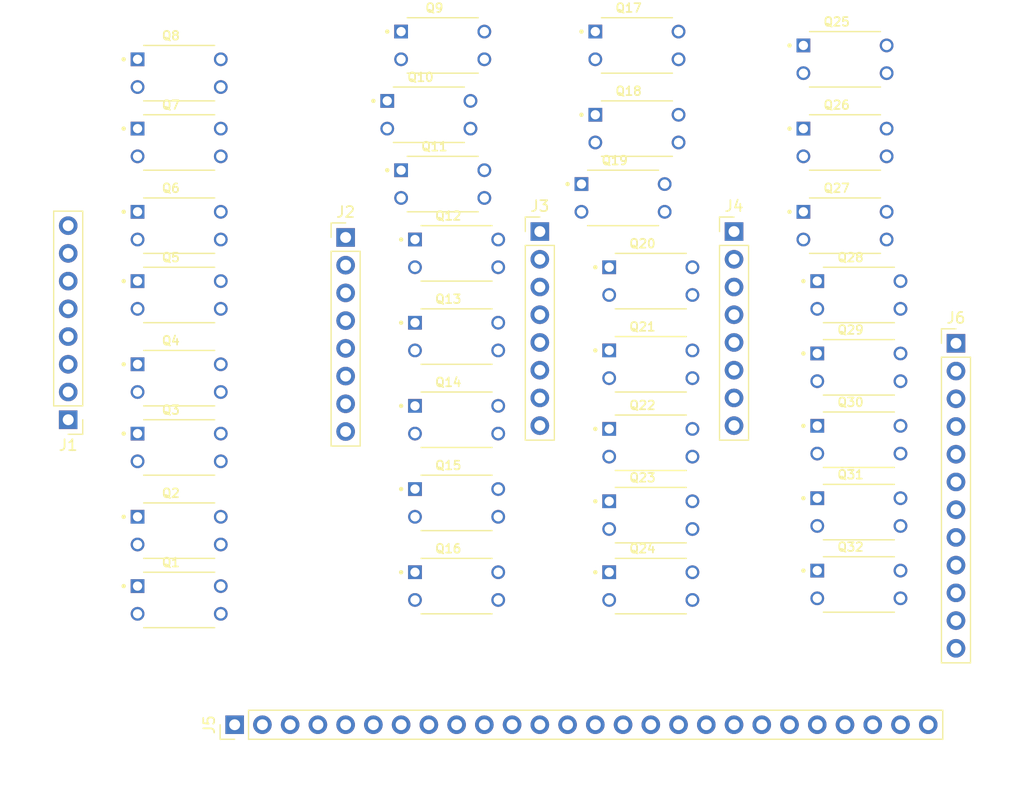
<source format=kicad_pcb>
(kicad_pcb (version 20221018) (generator pcbnew)
  (layers (0 "F.Cu" signal) (31 "B.Cu" signal) (34 "B.Paste" user) (35 "F.Paste" user) (36 "B.SilkS" user "B.Silkscreen") (37 "F.SilkS" user "F.Silkscreen") (38 "B.Mask" user) (39 "F.Mask" user) (44 "Edge.Cuts" user))
  (net 0 "")
  (net 1 "Net-(J1-Pin_1)")
  (net 2 "Net-(J1-Pin_2)")
  (net 3 "Net-(J1-Pin_3)")
  (net 4 "Net-(J1-Pin_4)")
  (net 5 "Net-(J1-Pin_5)")
  (net 6 "Net-(J1-Pin_6)")
  (net 7 "Net-(J1-Pin_7)")
  (net 8 "Net-(J1-Pin_8)")
  (net 9 "Net-(J2-Pin_1)")
  (net 10 "Net-(J2-Pin_2)")
  (net 11 "Net-(J2-Pin_3)")
  (net 12 "Net-(J2-Pin_4)")
  (net 13 "Net-(J2-Pin_5)")
  (net 14 "Net-(J2-Pin_6)")
  (net 15 "Net-(J2-Pin_7)")
  (net 16 "Net-(J2-Pin_8)")
  (net 17 "Net-(J3-Pin_1)")
  (net 18 "Net-(J3-Pin_2)")
  (net 19 "Net-(J3-Pin_3)")
  (net 20 "Net-(J3-Pin_4)")
  (net 21 "Net-(J3-Pin_5)")
  (net 22 "Net-(J3-Pin_6)")
  (net 23 "Net-(J3-Pin_7)")
  (net 24 "Net-(J3-Pin_8)")
  (net 25 "Net-(J4-Pin_1)")
  (net 26 "Net-(J4-Pin_2)")
  (net 27 "Net-(J4-Pin_3)")
  (net 28 "Net-(J4-Pin_4)")
  (net 29 "Net-(J4-Pin_5)")
  (net 30 "Net-(J4-Pin_6)")
  (net 31 "Net-(J4-Pin_7)")
  (net 32 "Net-(J4-Pin_8)")
  (net 33 "Net-(J5-Pin_1)")
  (net 34 "Net-(J5-Pin_2)")
  (net 35 "Net-(J5-Pin_3)")
  (net 36 "Net-(J5-Pin_4)")
  (net 37 "Net-(J5-Pin_5)")
  (net 38 "Net-(J5-Pin_6)")
  (net 39 "Net-(J5-Pin_7)")
  (net 40 "Net-(J5-Pin_8)")
  (net 41 "Net-(J5-Pin_9)")
  (net 42 "Net-(J5-Pin_10)")
  (net 43 "Net-(J5-Pin_11)")
  (net 44 "Net-(J5-Pin_12)")
  (net 45 "Net-(J5-Pin_13)")
  (net 46 "Net-(J5-Pin_14)")
  (net 47 "Net-(J5-Pin_15)")
  (net 48 "Net-(J5-Pin_16)")
  (net 49 "Net-(J5-Pin_17)")
  (net 50 "Net-(J5-Pin_18)")
  (net 51 "Net-(J5-Pin_19)")
  (net 52 "Net-(J5-Pin_20)")
  (net 53 "Net-(J5-Pin_21)")
  (net 54 "Net-(J5-Pin_22)")
  (net 55 "Net-(J5-Pin_23)")
  (net 56 "Net-(J5-Pin_24)")
  (net 57 "Net-(J5-Pin_25)")
  (net 58 "Net-(J5-Pin_26)")
  (net 59 "Net-(J6-Pin_1)")
  (net 60 "Net-(J6-Pin_2)")
  (net 61 "Net-(J6-Pin_3)")
  (net 62 "Net-(J6-Pin_4)")
  (net 63 "Net-(J6-Pin_5)")
  (net 64 "Net-(J6-Pin_6)")
  (net 65 "Net-(J6-Pin_7)")
  (net 66 "Net-(J6-Pin_8)")
  (net 67 "Net-(J6-Pin_9)")
  (net 68 "Net-(J6-Pin_10)")
  (net 69 "Net-(J6-Pin_11)")
  (net 70 "Net-(J6-Pin_12)")
  (net 71 "Net-(Q1-Pad2)")
  (net 72 "Net-(Q1-Pad3)")
  (footprint "PC817C:DIP762W50P254L650H458Q4B" (layer "F.Cu") (at 123.19 57.15)
    (fp_text reference "Q11" (at -0.76251 -3.43135) (layer "F.SilkS") (effects (font (size 0.800551 0.800551))))
    (fp_text value "PC817C")
    (fp_line (start 3.25 -2.54) (end -3.25 -2.54) (stroke (width 0.127)) (layer "F.SilkS"))
    (fp_line (start 3.25 2.54) (end -3.25 2.54) (stroke (width 0.127)) (layer "F.SilkS"))
    (fp_circle (center -5.08 -1.27) (end -4.98 -1.27) (stroke (width 0.2)) (fill none) (layer "F.SilkS"))
    (pad "1" thru_hole rect (at -3.81 -1.27) (size 1.26 1.26) (drill 0.85) (layers "*.Cu" "*.Mask") (net 11 "Net-(J2-Pin_3)"))
    (pad "2" thru_hole circle (at -3.81 1.27) (size 1.26 1.26) (drill 0.85) (layers "*.Cu" "*.Mask") (net 71 "Net-(Q1-Pad2)"))
    (pad "3" thru_hole circle (at 3.81 1.27) (size 1.26 1.26) (drill 0.85) (layers "*.Cu" "*.Mask") (net 72 "Net-(Q1-Pad3)"))
    (pad "4" thru_hole circle (at 3.81 -1.27) (size 1.26 1.26) (drill 0.85) (layers "*.Cu" "*.Mask") (net 43 "Net-(J5-Pin_11)"))
  )
  (footprint "PC817C:DIP762W50P254L650H458Q4B" (layer "F.Cu") (at 142.24 93.98)
    (fp_text reference "Q24" (at -0.76251 -3.43135) (layer "F.SilkS") (effects (font (size 0.800551 0.800551))))
    (fp_text value "PC817C")
    (fp_line (start 3.25 -2.54) (end -3.25 -2.54) (stroke (width 0.127)) (layer "F.SilkS"))
    (fp_line (start 3.25 2.54) (end -3.25 2.54) (stroke (width 0.127)) (layer "F.SilkS"))
    (fp_circle (center -5.08 -1.27) (end -4.98 -1.27) (stroke (width 0.2)) (fill none) (layer "F.SilkS"))
    (pad "1" thru_hole rect (at -3.81 -1.27) (size 1.26 1.26) (drill 0.85) (layers "*.Cu" "*.Mask") (net 24 "Net-(J3-Pin_8)"))
    (pad "2" thru_hole circle (at -3.81 1.27) (size 1.26 1.26) (drill 0.85) (layers "*.Cu" "*.Mask") (net 71 "Net-(Q1-Pad2)"))
    (pad "3" thru_hole circle (at 3.81 1.27) (size 1.26 1.26) (drill 0.85) (layers "*.Cu" "*.Mask") (net 72 "Net-(Q1-Pad3)"))
    (pad "4" thru_hole circle (at 3.81 -1.27) (size 1.26 1.26) (drill 0.85) (layers "*.Cu" "*.Mask") (net 56 "Net-(J5-Pin_24)"))
  )
  (footprint "PC817C:DIP762W50P254L650H458Q4B" (layer "F.Cu") (at 142.24 66.04)
    (fp_text reference "Q20" (at -0.76251 -3.43135) (layer "F.SilkS") (effects (font (size 0.800551 0.800551))))
    (fp_text value "PC817C")
    (fp_line (start 3.25 -2.54) (end -3.25 -2.54) (stroke (width 0.127)) (layer "F.SilkS"))
    (fp_line (start 3.25 2.54) (end -3.25 2.54) (stroke (width 0.127)) (layer "F.SilkS"))
    (fp_circle (center -5.08 -1.27) (end -4.98 -1.27) (stroke (width 0.2)) (fill none) (layer "F.SilkS"))
    (pad "1" thru_hole rect (at -3.81 -1.27) (size 1.26 1.26) (drill 0.85) (layers "*.Cu" "*.Mask") (net 20 "Net-(J3-Pin_4)"))
    (pad "2" thru_hole circle (at -3.81 1.27) (size 1.26 1.26) (drill 0.85) (layers "*.Cu" "*.Mask") (net 71 "Net-(Q1-Pad2)"))
    (pad "3" thru_hole circle (at 3.81 1.27) (size 1.26 1.26) (drill 0.85) (layers "*.Cu" "*.Mask") (net 72 "Net-(Q1-Pad3)"))
    (pad "4" thru_hole circle (at 3.81 -1.27) (size 1.26 1.26) (drill 0.85) (layers "*.Cu" "*.Mask") (net 52 "Net-(J5-Pin_20)"))
  )
  (footprint "PC817C:DIP762W50P254L650H458Q4B" (layer "F.Cu") (at 99.06 46.99)
    (fp_text reference "Q8" (at -0.76251 -3.43135) (layer "F.SilkS") (effects (font (size 0.800551 0.800551))))
    (fp_text value "PC817C")
    (fp_line (start 3.25 -2.54) (end -3.25 -2.54) (stroke (width 0.127)) (layer "F.SilkS"))
    (fp_line (start 3.25 2.54) (end -3.25 2.54) (stroke (width 0.127)) (layer "F.SilkS"))
    (fp_circle (center -5.08 -1.27) (end -4.98 -1.27) (stroke (width 0.2)) (fill none) (layer "F.SilkS"))
    (pad "1" thru_hole rect (at -3.81 -1.27) (size 1.26 1.26) (drill 0.85) (layers "*.Cu" "*.Mask") (net 8 "Net-(J1-Pin_8)"))
    (pad "2" thru_hole circle (at -3.81 1.27) (size 1.26 1.26) (drill 0.85) (layers "*.Cu" "*.Mask") (net 71 "Net-(Q1-Pad2)"))
    (pad "3" thru_hole circle (at 3.81 1.27) (size 1.26 1.26) (drill 0.85) (layers "*.Cu" "*.Mask") (net 72 "Net-(Q1-Pad3)"))
    (pad "4" thru_hole circle (at 3.81 -1.27) (size 1.26 1.26) (drill 0.85) (layers "*.Cu" "*.Mask") (net 40 "Net-(J5-Pin_8)"))
  )
  (footprint "Connector_PinHeader_2.54mm:PinHeader_1x08_P2.54mm_Vertical" (layer "F.Cu") (at 88.9 78.74 180)
    (fp_text reference "J1" (at 0 -2.33 180) (layer "F.SilkS"))
    (fp_text value "Conn_01x08_Pin")
    (fp_line (start -1.33 -1.33) (end 0 -1.33) (stroke (width 0.12)) (layer "F.SilkS"))
    (fp_line (start -1.33 0) (end -1.33 -1.33) (stroke (width 0.12)) (layer "F.SilkS"))
    (fp_line (start -1.33 1.27) (end -1.33 19.11) (stroke (width 0.12)) (layer "F.SilkS"))
    (fp_line (start -1.33 1.27) (end 1.33 1.27) (stroke (width 0.12)) (layer "F.SilkS"))
    (fp_line (start -1.33 19.11) (end 1.33 19.11) (stroke (width 0.12)) (layer "F.SilkS"))
    (fp_line (start 1.33 1.27) (end 1.33 19.11) (stroke (width 0.12)) (layer "F.SilkS"))
    (pad "1" thru_hole rect (at 0 0 180) (size 1.7 1.7) (drill 1) (layers "*.Cu" "*.Mask") (net 1 "Net-(J1-Pin_1)"))
    (pad "2" thru_hole oval (at 0 2.54 180) (size 1.7 1.7) (drill 1) (layers "*.Cu" "*.Mask") (net 2 "Net-(J1-Pin_2)"))
    (pad "3" thru_hole oval (at 0 5.08 180) (size 1.7 1.7) (drill 1) (layers "*.Cu" "*.Mask") (net 3 "Net-(J1-Pin_3)"))
    (pad "4" thru_hole oval (at 0 7.62 180) (size 1.7 1.7) (drill 1) (layers "*.Cu" "*.Mask") (net 4 "Net-(J1-Pin_4)"))
    (pad "5" thru_hole oval (at 0 10.16 180) (size 1.7 1.7) (drill 1) (layers "*.Cu" "*.Mask") (net 5 "Net-(J1-Pin_5)"))
    (pad "6" thru_hole oval (at 0 12.7 180) (size 1.7 1.7) (drill 1) (layers "*.Cu" "*.Mask") (net 6 "Net-(J1-Pin_6)"))
    (pad "7" thru_hole oval (at 0 15.24 180) (size 1.7 1.7) (drill 1) (layers "*.Cu" "*.Mask") (net 7 "Net-(J1-Pin_7)"))
    (pad "8" thru_hole oval (at 0 17.78 180) (size 1.7 1.7) (drill 1) (layers "*.Cu" "*.Mask") (net 8 "Net-(J1-Pin_8)"))
  )
  (footprint "PC817C:DIP762W50P254L650H458Q4B" (layer "F.Cu") (at 124.46 71.12)
    (fp_text reference "Q13" (at -0.76251 -3.43135) (layer "F.SilkS") (effects (font (size 0.800551 0.800551))))
    (fp_text value "PC817C")
    (fp_line (start 3.25 -2.54) (end -3.25 -2.54) (stroke (width 0.127)) (layer "F.SilkS"))
    (fp_line (start 3.25 2.54) (end -3.25 2.54) (stroke (width 0.127)) (layer "F.SilkS"))
    (fp_circle (center -5.08 -1.27) (end -4.98 -1.27) (stroke (width 0.2)) (fill none) (layer "F.SilkS"))
    (pad "1" thru_hole rect (at -3.81 -1.27) (size 1.26 1.26) (drill 0.85) (layers "*.Cu" "*.Mask") (net 13 "Net-(J2-Pin_5)"))
    (pad "2" thru_hole circle (at -3.81 1.27) (size 1.26 1.26) (drill 0.85) (layers "*.Cu" "*.Mask") (net 71 "Net-(Q1-Pad2)"))
    (pad "3" thru_hole circle (at 3.81 1.27) (size 1.26 1.26) (drill 0.85) (layers "*.Cu" "*.Mask") (net 72 "Net-(Q1-Pad3)"))
    (pad "4" thru_hole circle (at 3.81 -1.27) (size 1.26 1.26) (drill 0.85) (layers "*.Cu" "*.Mask") (net 45 "Net-(J5-Pin_13)"))
  )
  (footprint "PC817C:DIP762W50P254L650H458Q4B" (layer "F.Cu") (at 99.06 88.9)
    (fp_text reference "Q2" (at -0.76251 -3.43135) (layer "F.SilkS") (effects (font (size 0.800551 0.800551))))
    (fp_text value "PC817C")
    (fp_line (start 3.25 -2.54) (end -3.25 -2.54) (stroke (width 0.127)) (layer "F.SilkS"))
    (fp_line (start 3.25 2.54) (end -3.25 2.54) (stroke (width 0.127)) (layer "F.SilkS"))
    (fp_circle (center -5.08 -1.27) (end -4.98 -1.27) (stroke (width 0.2)) (fill none) (layer "F.SilkS"))
    (pad "1" thru_hole rect (at -3.81 -1.27) (size 1.26 1.26) (drill 0.85) (layers "*.Cu" "*.Mask") (net 2 "Net-(J1-Pin_2)"))
    (pad "2" thru_hole circle (at -3.81 1.27) (size 1.26 1.26) (drill 0.85) (layers "*.Cu" "*.Mask") (net 71 "Net-(Q1-Pad2)"))
    (pad "3" thru_hole circle (at 3.81 1.27) (size 1.26 1.26) (drill 0.85) (layers "*.Cu" "*.Mask") (net 72 "Net-(Q1-Pad3)"))
    (pad "4" thru_hole circle (at 3.81 -1.27) (size 1.26 1.26) (drill 0.85) (layers "*.Cu" "*.Mask") (net 34 "Net-(J5-Pin_2)"))
  )
  (footprint "PC817C:DIP762W50P254L650H458Q4B" (layer "F.Cu") (at 140.97 44.45)
    (fp_text reference "Q17" (at -0.76251 -3.43135) (layer "F.SilkS") (effects (font (size 0.800551 0.800551))))
    (fp_text value "PC817C")
    (fp_line (start 3.25 -2.54) (end -3.25 -2.54) (stroke (width 0.127)) (layer "F.SilkS"))
    (fp_line (start 3.25 2.54) (end -3.25 2.54) (stroke (width 0.127)) (layer "F.SilkS"))
    (fp_circle (center -5.08 -1.27) (end -4.98 -1.27) (stroke (width 0.2)) (fill none) (layer "F.SilkS"))
    (pad "1" thru_hole rect (at -3.81 -1.27) (size 1.26 1.26) (drill 0.85) (layers "*.Cu" "*.Mask") (net 17 "Net-(J3-Pin_1)"))
    (pad "2" thru_hole circle (at -3.81 1.27) (size 1.26 1.26) (drill 0.85) (layers "*.Cu" "*.Mask") (net 71 "Net-(Q1-Pad2)"))
    (pad "3" thru_hole circle (at 3.81 1.27) (size 1.26 1.26) (drill 0.85) (layers "*.Cu" "*.Mask") (net 72 "Net-(Q1-Pad3)"))
    (pad "4" thru_hole circle (at 3.81 -1.27) (size 1.26 1.26) (drill 0.85) (layers "*.Cu" "*.Mask") (net 49 "Net-(J5-Pin_17)"))
  )
  (footprint "PC817C:DIP762W50P254L650H458Q4B" (layer "F.Cu") (at 142.24 87.48)
    (fp_text reference "Q23" (at -0.76251 -3.43135) (layer "F.SilkS") (effects (font (size 0.800551 0.800551))))
    (fp_text value "PC817C")
    (fp_line (start 3.25 -2.54) (end -3.25 -2.54) (stroke (width 0.127)) (layer "F.SilkS"))
    (fp_line (start 3.25 2.54) (end -3.25 2.54) (stroke (width 0.127)) (layer "F.SilkS"))
    (fp_circle (center -5.08 -1.27) (end -4.98 -1.27) (stroke (width 0.2)) (fill none) (layer "F.SilkS"))
    (pad "1" thru_hole rect (at -3.81 -1.27) (size 1.26 1.26) (drill 0.85) (layers "*.Cu" "*.Mask") (net 23 "Net-(J3-Pin_7)"))
    (pad "2" thru_hole circle (at -3.81 1.27) (size 1.26 1.26) (drill 0.85) (layers "*.Cu" "*.Mask") (net 71 "Net-(Q1-Pad2)"))
    (pad "3" thru_hole circle (at 3.81 1.27) (size 1.26 1.26) (drill 0.85) (layers "*.Cu" "*.Mask") (net 72 "Net-(Q1-Pad3)"))
    (pad "4" thru_hole circle (at 3.81 -1.27) (size 1.26 1.26) (drill 0.85) (layers "*.Cu" "*.Mask") (net 55 "Net-(J5-Pin_23)"))
  )
  (footprint "PC817C:DIP762W50P254L650H458Q4B" (layer "F.Cu") (at 161.29 93.83)
    (fp_text reference "Q32" (at -0.76251 -3.43135) (layer "F.SilkS") (effects (font (size 0.800551 0.800551))))
    (fp_text value "PC817C")
    (fp_line (start 3.25 -2.54) (end -3.25 -2.54) (stroke (width 0.127)) (layer "F.SilkS"))
    (fp_line (start 3.25 2.54) (end -3.25 2.54) (stroke (width 0.127)) (layer "F.SilkS"))
    (fp_circle (center -5.08 -1.27) (end -4.98 -1.27) (stroke (width 0.2)) (fill none) (layer "F.SilkS"))
    (pad "1" thru_hole rect (at -3.81 -1.27) (size 1.26 1.26) (drill 0.85) (layers "*.Cu" "*.Mask") (net 32 "Net-(J4-Pin_8)"))
    (pad "2" thru_hole circle (at -3.81 1.27) (size 1.26 1.26) (drill 0.85) (layers "*.Cu" "*.Mask") (net 71 "Net-(Q1-Pad2)"))
    (pad "3" thru_hole circle (at 3.81 1.27) (size 1.26 1.26) (drill 0.85) (layers "*.Cu" "*.Mask") (net 70 "Net-(J6-Pin_12)"))
    (pad "4" thru_hole circle (at 3.81 -1.27) (size 1.26 1.26) (drill 0.85) (layers "*.Cu" "*.Mask") (net 69 "Net-(J6-Pin_11)"))
  )
  (footprint "Connector_PinHeader_2.54mm:PinHeader_1x26_P2.54mm_Vertical" (layer "F.Cu") (at 104.14 106.68 90)
    (fp_text reference "J5" (at 0 -2.33 90) (layer "F.SilkS"))
    (fp_text value "Conn_01x26_Socket")
    (fp_line (start -1.33 -1.33) (end 0 -1.33) (stroke (width 0.12)) (layer "F.SilkS"))
    (fp_line (start -1.33 0) (end -1.33 -1.33) (stroke (width 0.12)) (layer "F.SilkS"))
    (fp_line (start -1.33 1.27) (end -1.33 64.83) (stroke (width 0.12)) (layer "F.SilkS"))
    (fp_line (start -1.33 1.27) (end 1.33 1.27) (stroke (width 0.12)) (layer "F.SilkS"))
    (fp_line (start -1.33 64.83) (end 1.33 64.83) (stroke (width 0.12)) (layer "F.SilkS"))
    (fp_line (start 1.33 1.27) (end 1.33 64.83) (stroke (width 0.12)) (layer "F.SilkS"))
    (pad "1" thru_hole rect (at 0 0 90) (size 1.7 1.7) (drill 1) (layers "*.Cu" "*.Mask") (net 33 "Net-(J5-Pin_1)"))
    (pad "2" thru_hole oval (at 0 2.54 90) (size 1.7 1.7) (drill 1) (layers "*.Cu" "*.Mask") (net 34 "Net-(J5-Pin_2)"))
    (pad "3" thru_hole oval (at 0 5.08 90) (size 1.7 1.7) (drill 1) (layers "*.Cu" "*.Mask") (net 35 "Net-(J5-Pin_3)"))
    (pad "4" thru_hole oval (at 0 7.62 90) (size 1.7 1.7) (drill 1) (layers "*.Cu" "*.Mask") (net 36 "Net-(J5-Pin_4)"))
    (pad "5" thru_hole oval (at 0 10.16 90) (size 1.7 1.7) (drill 1) (layers "*.Cu" "*.Mask") (net 37 "Net-(J5-Pin_5)"))
    (pad "6" thru_hole oval (at 0 12.7 90) (size 1.7 1.7) (drill 1) (layers "*.Cu" "*.Mask") (net 38 "Net-(J5-Pin_6)"))
    (pad "7" thru_hole oval (at 0 15.24 90) (size 1.7 1.7) (drill 1) (layers "*.Cu" "*.Mask") (net 39 "Net-(J5-Pin_7)"))
    (pad "8" thru_hole oval (at 0 17.78 90) (size 1.7 1.7) (drill 1) (layers "*.Cu" "*.Mask") (net 40 "Net-(J5-Pin_8)"))
    (pad "9" thru_hole oval (at 0 20.32 90) (size 1.7 1.7) (drill 1) (layers "*.Cu" "*.Mask") (net 41 "Net-(J5-Pin_9)"))
    (pad "10" thru_hole oval (at 0 22.86 90) (size 1.7 1.7) (drill 1) (layers "*.Cu" "*.Mask") (net 42 "Net-(J5-Pin_10)"))
    (pad "11" thru_hole oval (at 0 25.4 90) (size 1.7 1.7) (drill 1) (layers "*.Cu" "*.Mask") (net 43 "Net-(J5-Pin_11)"))
    (pad "12" thru_hole oval (at 0 27.94 90) (size 1.7 1.7) (drill 1) (layers "*.Cu" "*.Mask") (net 44 "Net-(J5-Pin_12)"))
    (pad "13" thru_hole oval (at 0 30.48 90) (size 1.7 1.7) (drill 1) (layers "*.Cu" "*.Mask") (net 45 "Net-(J5-Pin_13)"))
    (pad "14" thru_hole oval (at 0 33.02 90) (size 1.7 1.7) (drill 1) (layers "*.Cu" "*.Mask") (net 46 "Net-(J5-Pin_14)"))
    (pad "15" thru_hole oval (at 0 35.56 90) (size 1.7 1.7) (drill 1) (layers "*.Cu" "*.Mask") (net 47 "Net-(J5-Pin_15)"))
    (pad "16" thru_hole oval (at 0 38.1 90) (size 1.7 1.7) (drill 1) (layers "*.Cu" "*.Mask") (net 48 "Net-(J5-Pin_16)"))
    (pad "17" thru_hole oval (at 0 40.64 90) (size 1.7 1.7) (drill 1) (layers "*.Cu" "*.Mask") (net 49 "Net-(J5-Pin_17)"))
    (pad "18" thru_hole oval (at 0 43.18 90) (size 1.7 1.7) (drill 1) (layers "*.Cu" "*.Mask") (net 50 "Net-(J5-Pin_18)"))
    (pad "19" thru_hole oval (at 0 45.72 90) (size 1.7 1.7) (drill 1) (layers "*.Cu" "*.Mask") (net 51 "Net-(J5-Pin_19)"))
    (pad "20" thru_hole oval (at 0 48.26 90) (size 1.7 1.7) (drill 1) (layers "*.Cu" "*.Mask") (net 52 "Net-(J5-Pin_20)"))
    (pad "21" thru_hole oval (at 0 50.8 90) (size 1.7 1.7) (drill 1) (layers "*.Cu" "*.Mask") (net 53 "Net-(J5-Pin_21)"))
    (pad "22" thru_hole oval (at 0 53.34 90) (size 1.7 1.7) (drill 1) (layers "*.Cu" "*.Mask") (net 54 "Net-(J5-Pin_22)"))
    (pad "23" thru_hole oval (at 0 55.88 90) (size 1.7 1.7) (drill 1) (layers "*.Cu" "*.Mask") (net 55 "Net-(J5-Pin_23)"))
    (pad "24" thru_hole oval (at 0 58.42 90) (size 1.7 1.7) (drill 1) (layers "*.Cu" "*.Mask") (net 56 "Net-(J5-Pin_24)"))
    (pad "25" thru_hole oval (at 0 60.96 90) (size 1.7 1.7) (drill 1) (layers "*.Cu" "*.Mask") (net 57 "Net-(J5-Pin_25)"))
    (pad "26" thru_hole oval (at 0 63.5 90) (size 1.7 1.7) (drill 1) (layers "*.Cu" "*.Mask") (net 58 "Net-(J5-Pin_26)"))
  )
  (footprint "PC817C:DIP762W50P254L650H458Q4B" (layer "F.Cu") (at 161.29 67.31)
    (fp_text reference "Q28" (at -0.76251 -3.43135) (layer "F.SilkS") (effects (font (size 0.800551 0.800551))))
    (fp_text value "PC817C")
    (fp_line (start 3.25 -2.54) (end -3.25 -2.54) (stroke (width 0.127)) (layer "F.SilkS"))
    (fp_line (start 3.25 2.54) (end -3.25 2.54) (stroke (width 0.127)) (layer "F.SilkS"))
    (fp_circle (center -5.08 -1.27) (end -4.98 -1.27) (stroke (width 0.2)) (fill none) (layer "F.SilkS"))
    (pad "1" thru_hole rect (at -3.81 -1.27) (size 1.26 1.26) (drill 0.85) (layers "*.Cu" "*.Mask") (net 28 "Net-(J4-Pin_4)"))
    (pad "2" thru_hole circle (at -3.81 1.27) (size 1.26 1.26) (drill 0.85) (layers "*.Cu" "*.Mask") (net 71 "Net-(Q1-Pad2)"))
    (pad "3" thru_hole circle (at 3.81 1.27) (size 1.26 1.26) (drill 0.85) (layers "*.Cu" "*.Mask") (net 62 "Net-(J6-Pin_4)"))
    (pad "4" thru_hole circle (at 3.81 -1.27) (size 1.26 1.26) (drill 0.85) (layers "*.Cu" "*.Mask") (net 61 "Net-(J6-Pin_3)"))
  )
  (footprint "Connector_PinHeader_2.54mm:PinHeader_1x12_P2.54mm_Vertical" (layer "F.Cu") (at 170.18 71.74)
    (fp_text reference "J6" (at 0 -2.33) (layer "F.SilkS"))
    (fp_text value "Conn_01x12_Pin")
    (fp_line (start -1.33 -1.33) (end 0 -1.33) (stroke (width 0.12)) (layer "F.SilkS"))
    (fp_line (start -1.33 0) (end -1.33 -1.33) (stroke (width 0.12)) (layer "F.SilkS"))
    (fp_line (start -1.33 1.27) (end -1.33 29.27) (stroke (width 0.12)) (layer "F.SilkS"))
    (fp_line (start -1.33 1.27) (end 1.33 1.27) (stroke (width 0.12)) (layer "F.SilkS"))
    (fp_line (start -1.33 29.27) (end 1.33 29.27) (stroke (width 0.12)) (layer "F.SilkS"))
    (fp_line (start 1.33 1.27) (end 1.33 29.27) (stroke (width 0.12)) (layer "F.SilkS"))
    (pad "1" thru_hole rect (at 0 0) (size 1.7 1.7) (drill 1) (layers "*.Cu" "*.Mask") (net 59 "Net-(J6-Pin_1)"))
    (pad "2" thru_hole oval (at 0 2.54) (size 1.7 1.7) (drill 1) (layers "*.Cu" "*.Mask") (net 60 "Net-(J6-Pin_2)"))
    (pad "3" thru_hole oval (at 0 5.08) (size 1.7 1.7) (drill 1) (layers "*.Cu" "*.Mask") (net 61 "Net-(J6-Pin_3)"))
    (pad "4" thru_hole oval (at 0 7.62) (size 1.7 1.7) (drill 1) (layers "*.Cu" "*.Mask") (net 62 "Net-(J6-Pin_4)"))
    (pad "5" thru_hole oval (at 0 10.16) (size 1.7 1.7) (drill 1) (layers "*.Cu" "*.Mask") (net 63 "Net-(J6-Pin_5)"))
    (pad "6" thru_hole oval (at 0 12.7) (size 1.7 1.7) (drill 1) (layers "*.Cu" "*.Mask") (net 64 "Net-(J6-Pin_6)"))
    (pad "7" thru_hole oval (at 0 15.24) (size 1.7 1.7) (drill 1) (layers "*.Cu" "*.Mask") (net 65 "Net-(J6-Pin_7)"))
    (pad "8" thru_hole oval (at 0 17.78) (size 1.7 1.7) (drill 1) (layers "*.Cu" "*.Mask") (net 66 "Net-(J6-Pin_8)"))
    (pad "9" thru_hole oval (at 0 20.32) (size 1.7 1.7) (drill 1) (layers "*.Cu" "*.Mask") (net 67 "Net-(J6-Pin_9)"))
    (pad "10" thru_hole oval (at 0 22.86) (size 1.7 1.7) (drill 1) (layers "*.Cu" "*.Mask") (net 68 "Net-(J6-Pin_10)"))
    (pad "11" thru_hole oval (at 0 25.4) (size 1.7 1.7) (drill 1) (layers "*.Cu" "*.Mask") (net 69 "Net-(J6-Pin_11)"))
    (pad "12" thru_hole oval (at 0 27.94) (size 1.7 1.7) (drill 1) (layers "*.Cu" "*.Mask") (net 70 "Net-(J6-Pin_12)"))
  )
  (footprint "PC817C:DIP762W50P254L650H458Q4B" (layer "F.Cu") (at 139.7 58.42)
    (fp_text reference "Q19" (at -0.76251 -3.43135) (layer "F.SilkS") (effects (font (size 0.800551 0.800551))))
    (fp_text value "PC817C")
    (fp_line (start 3.25 -2.54) (end -3.25 -2.54) (stroke (width 0.127)) (layer "F.SilkS"))
    (fp_line (start 3.25 2.54) (end -3.25 2.54) (stroke (width 0.127)) (layer "F.SilkS"))
    (fp_circle (center -5.08 -1.27) (end -4.98 -1.27) (stroke (width 0.2)) (fill none) (layer "F.SilkS"))
    (pad "1" thru_hole rect (at -3.81 -1.27) (size 1.26 1.26) (drill 0.85) (layers "*.Cu" "*.Mask") (net 19 "Net-(J3-Pin_3)"))
    (pad "2" thru_hole circle (at -3.81 1.27) (size 1.26 1.26) (drill 0.85) (layers "*.Cu" "*.Mask") (net 71 "Net-(Q1-Pad2)"))
    (pad "3" thru_hole circle (at 3.81 1.27) (size 1.26 1.26) (drill 0.85) (layers "*.Cu" "*.Mask") (net 72 "Net-(Q1-Pad3)"))
    (pad "4" thru_hole circle (at 3.81 -1.27) (size 1.26 1.26) (drill 0.85) (layers "*.Cu" "*.Mask") (net 51 "Net-(J5-Pin_19)"))
  )
  (footprint "PC817C:DIP762W50P254L650H458Q4B" (layer "F.Cu") (at 140.97 52.07)
    (fp_text reference "Q18" (at -0.76251 -3.43135) (layer "F.SilkS") (effects (font (size 0.800551 0.800551))))
    (fp_text value "PC817C")
    (fp_line (start 3.25 -2.54) (end -3.25 -2.54) (stroke (width 0.127)) (layer "F.SilkS"))
    (fp_line (start 3.25 2.54) (end -3.25 2.54) (stroke (width 0.127)) (layer "F.SilkS"))
    (fp_circle (center -5.08 -1.27) (end -4.98 -1.27) (stroke (width 0.2)) (fill none) (layer "F.SilkS"))
    (pad "1" thru_hole rect (at -3.81 -1.27) (size 1.26 1.26) (drill 0.85) (layers "*.Cu" "*.Mask") (net 18 "Net-(J3-Pin_2)"))
    (pad "2" thru_hole circle (at -3.81 1.27) (size 1.26 1.26) (drill 0.85) (layers "*.Cu" "*.Mask") (net 71 "Net-(Q1-Pad2)"))
    (pad "3" thru_hole circle (at 3.81 1.27) (size 1.26 1.26) (drill 0.85) (layers "*.Cu" "*.Mask") (net 72 "Net-(Q1-Pad3)"))
    (pad "4" thru_hole circle (at 3.81 -1.27) (size 1.26 1.26) (drill 0.85) (layers "*.Cu" "*.Mask") (net 50 "Net-(J5-Pin_18)"))
  )
  (footprint "PC817C:DIP762W50P254L650H458Q4B" (layer "F.Cu") (at 161.29 80.57)
    (fp_text reference "Q30" (at -0.76251 -3.43135) (layer "F.SilkS") (effects (font (size 0.800551 0.800551))))
    (fp_text value "PC817C")
    (fp_line (start 3.25 -2.54) (end -3.25 -2.54) (stroke (width 0.127)) (layer "F.SilkS"))
    (fp_line (start 3.25 2.54) (end -3.25 2.54) (stroke (width 0.127)) (layer "F.SilkS"))
    (fp_circle (center -5.08 -1.27) (end -4.98 -1.27) (stroke (width 0.2)) (fill none) (layer "F.SilkS"))
    (pad "1" thru_hole rect (at -3.81 -1.27) (size 1.26 1.26) (drill 0.85) (layers "*.Cu" "*.Mask") (net 30 "Net-(J4-Pin_6)"))
    (pad "2" thru_hole circle (at -3.81 1.27) (size 1.26 1.26) (drill 0.85) (layers "*.Cu" "*.Mask") (net 71 "Net-(Q1-Pad2)"))
    (pad "3" thru_hole circle (at 3.81 1.27) (size 1.26 1.26) (drill 0.85) (layers "*.Cu" "*.Mask") (net 66 "Net-(J6-Pin_8)"))
    (pad "4" thru_hole circle (at 3.81 -1.27) (size 1.26 1.26) (drill 0.85) (layers "*.Cu" "*.Mask") (net 65 "Net-(J6-Pin_7)"))
  )
  (footprint "PC817C:DIP762W50P254L650H458Q4B" (layer "F.Cu") (at 99.06 60.96)
    (fp_text reference "Q6" (at -0.76251 -3.43135) (layer "F.SilkS") (effects (font (size 0.800551 0.800551))))
    (fp_text value "PC817C")
    (fp_line (start 3.25 -2.54) (end -3.25 -2.54) (stroke (width 0.127)) (layer "F.SilkS"))
    (fp_line (start 3.25 2.54) (end -3.25 2.54) (stroke (width 0.127)) (layer "F.SilkS"))
    (fp_circle (center -5.08 -1.27) (end -4.98 -1.27) (stroke (width 0.2)) (fill none) (layer "F.SilkS"))
    (pad "1" thru_hole rect (at -3.81 -1.27) (size 1.26 1.26) (drill 0.85) (layers "*.Cu" "*.Mask") (net 6 "Net-(J1-Pin_6)"))
    (pad "2" thru_hole circle (at -3.81 1.27) (size 1.26 1.26) (drill 0.85) (layers "*.Cu" "*.Mask") (net 71 "Net-(Q1-Pad2)"))
    (pad "3" thru_hole circle (at 3.81 1.27) (size 1.26 1.26) (drill 0.85) (layers "*.Cu" "*.Mask") (net 72 "Net-(Q1-Pad3)"))
    (pad "4" thru_hole circle (at 3.81 -1.27) (size 1.26 1.26) (drill 0.85) (layers "*.Cu" "*.Mask") (net 38 "Net-(J5-Pin_6)"))
  )
  (footprint "PC817C:DIP762W50P254L650H458Q4B" (layer "F.Cu") (at 124.46 78.74)
    (fp_text reference "Q14" (at -0.76251 -3.43135) (layer "F.SilkS") (effects (font (size 0.800551 0.800551))))
    (fp_text value "PC817C")
    (fp_line (start 3.25 -2.54) (end -3.25 -2.54) (stroke (width 0.127)) (layer "F.SilkS"))
    (fp_line (start 3.25 2.54) (end -3.25 2.54) (stroke (width 0.127)) (layer "F.SilkS"))
    (fp_circle (center -5.08 -1.27) (end -4.98 -1.27) (stroke (width 0.2)) (fill none) (layer "F.SilkS"))
    (pad "1" thru_hole rect (at -3.81 -1.27) (size 1.26 1.26) (drill 0.85) (layers "*.Cu" "*.Mask") (net 14 "Net-(J2-Pin_6)"))
    (pad "2" thru_hole circle (at -3.81 1.27) (size 1.26 1.26) (drill 0.85) (layers "*.Cu" "*.Mask") (net 71 "Net-(Q1-Pad2)"))
    (pad "3" thru_hole circle (at 3.81 1.27) (size 1.26 1.26) (drill 0.85) (layers "*.Cu" "*.Mask") (net 72 "Net-(Q1-Pad3)"))
    (pad "4" thru_hole circle (at 3.81 -1.27) (size 1.26 1.26) (drill 0.85) (layers "*.Cu" "*.Mask") (net 46 "Net-(J5-Pin_14)"))
  )
  (footprint "PC817C:DIP762W50P254L650H458Q4B" (layer "F.Cu") (at 160.02 60.96)
    (fp_text reference "Q27" (at -0.76251 -3.43135) (layer "F.SilkS") (effects (font (size 0.800551 0.800551))))
    (fp_text value "PC817C")
    (fp_line (start 3.25 -2.54) (end -3.25 -2.54) (stroke (width 0.127)) (layer "F.SilkS"))
    (fp_line (start 3.25 2.54) (end -3.25 2.54) (stroke (width 0.127)) (layer "F.SilkS"))
    (fp_circle (center -5.08 -1.27) (end -4.98 -1.27) (stroke (width 0.2)) (fill none) (layer "F.SilkS"))
    (pad "1" thru_hole rect (at -3.81 -1.27) (size 1.26 1.26) (drill 0.85) (layers "*.Cu" "*.Mask") (net 27 "Net-(J4-Pin_3)"))
    (pad "2" thru_hole circle (at -3.81 1.27) (size 1.26 1.26) (drill 0.85) (layers "*.Cu" "*.Mask") (net 71 "Net-(Q1-Pad2)"))
    (pad "3" thru_hole circle (at 3.81 1.27) (size 1.26 1.26) (drill 0.85) (layers "*.Cu" "*.Mask") (net 60 "Net-(J6-Pin_2)"))
    (pad "4" thru_hole circle (at 3.81 -1.27) (size 1.26 1.26) (drill 0.85) (layers "*.Cu" "*.Mask") (net 59 "Net-(J6-Pin_1)"))
  )
  (footprint "PC817C:DIP762W50P254L650H458Q4B" (layer "F.Cu") (at 160.02 45.72)
    (fp_text reference "Q25" (at -0.76251 -3.43135) (layer "F.SilkS") (effects (font (size 0.800551 0.800551))))
    (fp_text value "PC817C")
    (fp_line (start 3.25 -2.54) (end -3.25 -2.54) (stroke (width 0.127)) (layer "F.SilkS"))
    (fp_line (start 3.25 2.54) (end -3.25 2.54) (stroke (width 0.127)) (layer "F.SilkS"))
    (fp_circle (center -5.08 -1.27) (end -4.98 -1.27) (stroke (width 0.2)) (fill none) (layer "F.SilkS"))
    (pad "1" thru_hole rect (at -3.81 -1.27) (size 1.26 1.26) (drill 0.85) (layers "*.Cu" "*.Mask") (net 25 "Net-(J4-Pin_1)"))
    (pad "2" thru_hole circle (at -3.81 1.27) (size 1.26 1.26) (drill 0.85) (layers "*.Cu" "*.Mask") (net 71 "Net-(Q1-Pad2)"))
    (pad "3" thru_hole circle (at 3.81 1.27) (size 1.26 1.26) (drill 0.85) (layers "*.Cu" "*.Mask") (net 72 "Net-(Q1-Pad3)"))
    (pad "4" thru_hole circle (at 3.81 -1.27) (size 1.26 1.26) (drill 0.85) (layers "*.Cu" "*.Mask") (net 57 "Net-(J5-Pin_25)"))
  )
  (footprint "PC817C:DIP762W50P254L650H458Q4B" (layer "F.Cu") (at 99.06 53.34)
    (fp_text reference "Q7" (at -0.76251 -3.43135) (layer "F.SilkS") (effects (font (size 0.800551 0.800551))))
    (fp_text value "PC817C")
    (fp_line (start 3.25 -2.54) (end -3.25 -2.54) (stroke (width 0.127)) (layer "F.SilkS"))
    (fp_line (start 3.25 2.54) (end -3.25 2.54) (stroke (width 0.127)) (layer "F.SilkS"))
    (fp_circle (center -5.08 -1.27) (end -4.98 -1.27) (stroke (width 0.2)) (fill none) (layer "F.SilkS"))
    (pad "1" thru_hole rect (at -3.81 -1.27) (size 1.26 1.26) (drill 0.85) (layers "*.Cu" "*.Mask") (net 7 "Net-(J1-Pin_7)"))
    (pad "2" thru_hole circle (at -3.81 1.27) (size 1.26 1.26) (drill 0.85) (layers "*.Cu" "*.Mask") (net 71 "Net-(Q1-Pad2)"))
    (pad "3" thru_hole circle (at 3.81 1.27) (size 1.26 1.26) (drill 0.85) (layers "*.Cu" "*.Mask") (net 72 "Net-(Q1-Pad3)"))
    (pad "4" thru_hole circle (at 3.81 -1.27) (size 1.26 1.26) (drill 0.85) (layers "*.Cu" "*.Mask") (net 39 "Net-(J5-Pin_7)"))
  )
  (footprint "Connector_PinHeader_2.54mm:PinHeader_1x08_P2.54mm_Vertical" (layer "F.Cu") (at 132.08 61.5)
    (fp_text reference "J3" (at 0 -2.33) (layer "F.SilkS"))
    (fp_text value "Conn_01x08_Pin")
    (fp_line (start -1.33 -1.33) (end 0 -1.33) (stroke (width 0.12)) (layer "F.SilkS"))
    (fp_line (start -1.33 0) (end -1.33 -1.33) (stroke (width 0.12)) (layer "F.SilkS"))
    (fp_line (start -1.33 1.27) (end -1.33 19.11) (stroke (width 0.12)) (layer "F.SilkS"))
    (fp_line (start -1.33 1.27) (end 1.33 1.27) (stroke (width 0.12)) (layer "F.SilkS"))
    (fp_line (start -1.33 19.11) (end 1.33 19.11) (stroke (width 0.12)) (layer "F.SilkS"))
    (fp_line (start 1.33 1.27) (end 1.33 19.11) (stroke (width 0.12)) (layer "F.SilkS"))
    (pad "1" thru_hole rect (at 0 0) (size 1.7 1.7) (drill 1) (layers "*.Cu" "*.Mask") (net 17 "Net-(J3-Pin_1)"))
    (pad "2" thru_hole oval (at 0 2.54) (size 1.7 1.7) (drill 1) (layers "*.Cu" "*.Mask") (net 18 "Net-(J3-Pin_2)"))
    (pad "3" thru_hole oval (at 0 5.08) (size 1.7 1.7) (drill 1) (layers "*.Cu" "*.Mask") (net 19 "Net-(J3-Pin_3)"))
    (pad "4" thru_hole oval (at 0 7.62) (size 1.7 1.7) (drill 1) (layers "*.Cu" "*.Mask") (net 20 "Net-(J3-Pin_4)"))
    (pad "5" thru_hole oval (at 0 10.16) (size 1.7 1.7) (drill 1) (layers "*.Cu" "*.Mask") (net 21 "Net-(J3-Pin_5)"))
    (pad "6" thru_hole oval (at 0 12.7) (size 1.7 1.7) (drill 1) (layers "*.Cu" "*.Mask") (net 22 "Net-(J3-Pin_6)"))
    (pad "7" thru_hole oval (at 0 15.24) (size 1.7 1.7) (drill 1) (layers "*.Cu" "*.Mask") (net 23 "Net-(J3-Pin_7)"))
    (pad "8" thru_hole oval (at 0 17.78) (size 1.7 1.7) (drill 1) (layers "*.Cu" "*.Mask") (net 24 "Net-(J3-Pin_8)"))
  )
  (footprint "PC817C:DIP762W50P254L650H458Q4B" (layer "F.Cu") (at 99.06 67.31)
    (fp_text reference "Q5" (at -0.76251 -3.43135) (layer "F.SilkS") (effects (font (size 0.800551 0.800551))))
    (fp_text value "PC817C")
    (fp_line (start 3.25 -2.54) (end -3.25 -2.54) (stroke (width 0.127)) (layer "F.SilkS"))
    (fp_line (start 3.25 2.54) (end -3.25 2.54) (stroke (width 0.127)) (layer "F.SilkS"))
    (fp_circle (center -5.08 -1.27) (end -4.98 -1.27) (stroke (width 0.2)) (fill none) (layer "F.SilkS"))
    (pad "1" thru_hole rect (at -3.81 -1.27) (size 1.26 1.26) (drill 0.85) (layers "*.Cu" "*.Mask") (net 5 "Net-(J1-Pin_5)"))
    (pad "2" thru_hole circle (at -3.81 1.27) (size 1.26 1.26) (drill 0.85) (layers "*.Cu" "*.Mask") (net 71 "Net-(Q1-Pad2)"))
    (pad "3" thru_hole circle (at 3.81 1.27) (size 1.26 1.26) (drill 0.85) (layers "*.Cu" "*.Mask") (net 72 "Net-(Q1-Pad3)"))
    (pad "4" thru_hole circle (at 3.81 -1.27) (size 1.26 1.26) (drill 0.85) (layers "*.Cu" "*.Mask") (net 37 "Net-(J5-Pin_5)"))
  )
  (footprint "Connector_PinHeader_2.54mm:PinHeader_1x08_P2.54mm_Vertical" (layer "F.Cu") (at 149.86 61.5)
    (fp_text reference "J4" (at 0 -2.33) (layer "F.SilkS"))
    (fp_text value "Conn_01x08_Pin")
    (fp_line (start -1.33 -1.33) (end 0 -1.33) (stroke (width 0.12)) (layer "F.SilkS"))
    (fp_line (start -1.33 0) (end -1.33 -1.33) (stroke (width 0.12)) (layer "F.SilkS"))
    (fp_line (start -1.33 1.27) (end -1.33 19.11) (stroke (width 0.12)) (layer "F.SilkS"))
    (fp_line (start -1.33 1.27) (end 1.33 1.27) (stroke (width 0.12)) (layer "F.SilkS"))
    (fp_line (start -1.33 19.11) (end 1.33 19.11) (stroke (width 0.12)) (layer "F.SilkS"))
    (fp_line (start 1.33 1.27) (end 1.33 19.11) (stroke (width 0.12)) (layer "F.SilkS"))
    (pad "1" thru_hole rect (at 0 0) (size 1.7 1.7) (drill 1) (layers "*.Cu" "*.Mask") (net 25 "Net-(J4-Pin_1)"))
    (pad "2" thru_hole oval (at 0 2.54) (size 1.7 1.7) (drill 1) (layers "*.Cu" "*.Mask") (net 26 "Net-(J4-Pin_2)"))
    (pad "3" thru_hole oval (at 0 5.08) (size 1.7 1.7) (drill 1) (layers "*.Cu" "*.Mask") (net 27 "Net-(J4-Pin_3)"))
    (pad "4" thru_hole oval (at 0 7.62) (size 1.7 1.7) (drill 1) (layers "*.Cu" "*.Mask") (net 28 "Net-(J4-Pin_4)"))
    (pad "5" thru_hole oval (at 0 10.16) (size 1.7 1.7) (drill 1) (layers "*.Cu" "*.Mask") (net 29 "Net-(J4-Pin_5)"))
    (pad "6" thru_hole oval (at 0 12.7) (size 1.7 1.7) (drill 1) (layers "*.Cu" "*.Mask") (net 30 "Net-(J4-Pin_6)"))
    (pad "7" thru_hole oval (at 0 15.24) (size 1.7 1.7) (drill 1) (layers "*.Cu" "*.Mask") (net 31 "Net-(J4-Pin_7)"))
    (pad "8" thru_hole oval (at 0 17.78) (size 1.7 1.7) (drill 1) (layers "*.Cu" "*.Mask") (net 32 "Net-(J4-Pin_8)"))
  )
  (footprint "PC817C:DIP762W50P254L650H458Q4B" (layer "F.Cu") (at 161.29 73.94)
    (fp_text reference "Q29" (at -0.76251 -3.43135) (layer "F.SilkS") (effects (font (size 0.800551 0.800551))))
    (fp_text value "PC817C")
    (fp_line (start 3.25 -2.54) (end -3.25 -2.54) (stroke (width 0.127)) (layer "F.SilkS"))
    (fp_line (start 3.25 2.54) (end -3.25 2.54) (stroke (width 0.127)) (layer "F.SilkS"))
    (fp_circle (center -5.08 -1.27) (end -4.98 -1.27) (stroke (width 0.2)) (fill none) (layer "F.SilkS"))
    (pad "1" thru_hole rect (at -3.81 -1.27) (size 1.26 1.26) (drill 0.85) (layers "*.Cu" "*.Mask") (net 29 "Net-(J4-Pin_5)"))
    (pad "2" thru_hole circle (at -3.81 1.27) (size 1.26 1.26) (drill 0.85) (layers "*.Cu" "*.Mask") (net 71 "Net-(Q1-Pad2)"))
    (pad "3" thru_hole circle (at 3.81 1.27) (size 1.26 1.26) (drill 0.85) (layers "*.Cu" "*.Mask") (net 64 "Net-(J6-Pin_6)"))
    (pad "4" thru_hole circle (at 3.81 -1.27) (size 1.26 1.26) (drill 0.85) (layers "*.Cu" "*.Mask") (net 63 "Net-(J6-Pin_5)"))
  )
  (footprint "PC817C:DIP762W50P254L650H458Q4B" (layer "F.Cu") (at 142.24 73.66)
    (fp_text reference "Q21" (at -0.76251 -3.43135) (layer "F.SilkS") (effects (font (size 0.800551 0.800551))))
    (fp_text value "PC817C")
    (fp_line (start 3.25 -2.54) (end -3.25 -2.54) (stroke (width 0.127)) (layer "F.SilkS"))
    (fp_line (start 3.25 2.54) (end -3.25 2.54) (stroke (width 0.127)) (layer "F.SilkS"))
    (fp_circle (center -5.08 -1.27) (end -4.98 -1.27) (stroke (width 0.2)) (fill none) (layer "F.SilkS"))
    (pad "1" thru_hole rect (at -3.81 -1.27) (size 1.26 1.26) (drill 0.85) (layers "*.Cu" "*.Mask") (net 21 "Net-(J3-Pin_5)"))
    (pad "2" thru_hole circle (at -3.81 1.27) (size 1.26 1.26) (drill 0.85) (layers "*.Cu" "*.Mask") (net 71 "Net-(Q1-Pad2)"))
    (pad "3" thru_hole circle (at 3.81 1.27) (size 1.26 1.26) (drill 0.85) (layers "*.Cu" "*.Mask") (net 72 "Net-(Q1-Pad3)"))
    (pad "4" thru_hole circle (at 3.81 -1.27) (size 1.26 1.26) (drill 0.85) (layers "*.Cu" "*.Mask") (net 53 "Net-(J5-Pin_21)"))
  )
  (footprint "PC817C:DIP762W50P254L650H458Q4B" (layer "F.Cu") (at 124.46 86.36)
    (fp_text reference "Q15" (at -0.76251 -3.43135) (layer "F.SilkS") (effects (font (size 0.800551 0.800551))))
    (fp_text value "PC817C")
    (fp_line (start 3.25 -2.54) (end -3.25 -2.54) (stroke (width 0.127)) (layer "F.SilkS"))
    (fp_line (start 3.25 2.54) (end -3.25 2.54) (stroke (width 0.127)) (layer "F.SilkS"))
    (fp_circle (center -5.08 -1.27) (end -4.98 -1.27) (stroke (width 0.2)) (fill none) (layer "F.SilkS"))
    (pad "1" thru_hole rect (at -3.81 -1.27) (size 1.26 1.26) (drill 0.85) (layers "*.Cu" "*.Mask") (net 15 "Net-(J2-Pin_7)"))
    (pad "2" thru_hole circle (at -3.81 1.27) (size 1.26 1.26) (drill 0.85) (layers "*.Cu" "*.Mask") (net 71 "Net-(Q1-Pad2)"))
    (pad "3" thru_hole circle (at 3.81 1.27) (size 1.26 1.26) (drill 0.85) (layers "*.Cu" "*.Mask") (net 72 "Net-(Q1-Pad3)"))
    (pad "4" thru_hole circle (at 3.81 -1.27) (size 1.26 1.26) (drill 0.85) (layers "*.Cu" "*.Mask") (net 47 "Net-(J5-Pin_15)"))
  )
  (footprint "PC817C:DIP762W50P254L650H458Q4B" (layer "F.Cu") (at 124.46 63.5)
    (fp_text reference "Q12" (at -0.76251 -3.43135) (layer "F.SilkS") (effects (font (size 0.800551 0.800551))))
    (fp_text value "PC817C")
    (fp_line (start 3.25 -2.54) (end -3.25 -2.54) (stroke (width 0.127)) (layer "F.SilkS"))
    (fp_line (start 3.25 2.54) (end -3.25 2.54) (stroke (width 0.127)) (layer "F.SilkS"))
    (fp_circle (center -5.08 -1.27) (end -4.98 -1.27) (stroke (width 0.2)) (fill none) (layer "F.SilkS"))
    (pad "1" thru_hole rect (at -3.81 -1.27) (size 1.26 1.26) (drill 0.85) (layers "*.Cu" "*.Mask") (net 12 "Net-(J2-Pin_4)"))
    (pad "2" thru_hole circle (at -3.81 1.27) (size 1.26 1.26) (drill 0.85) (layers "*.Cu" "*.Mask") (net 71 "Net-(Q1-Pad2)"))
    (pad "3" thru_hole circle (at 3.81 1.27) (size 1.26 1.26) (drill 0.85) (layers "*.Cu" "*.Mask") (net 72 "Net-(Q1-Pad3)"))
    (pad "4" thru_hole circle (at 3.81 -1.27) (size 1.26 1.26) (drill 0.85) (layers "*.Cu" "*.Mask") (net 44 "Net-(J5-Pin_12)"))
  )
  (footprint "PC817C:DIP762W50P254L650H458Q4B" (layer "F.Cu") (at 99.06 74.93)
    (fp_text reference "Q4" (at -0.76251 -3.43135) (layer "F.SilkS") (effects (font (size 0.800551 0.800551))))
    (fp_text value "PC817C")
    (fp_line (start 3.25 -2.54) (end -3.25 -2.54) (stroke (width 0.127)) (layer "F.SilkS"))
    (fp_line (start 3.25 2.54) (end -3.25 2.54) (stroke (width 0.127)) (layer "F.SilkS"))
    (fp_circle (center -5.08 -1.27) (end -4.98 -1.27) (stroke (width 0.2)) (fill none) (layer "F.SilkS"))
    (pad "1" thru_hole rect (at -3.81 -1.27) (size 1.26 1.26) (drill 0.85) (layers "*.Cu" "*.Mask") (net 4 "Net-(J1-Pin_4)"))
    (pad "2" thru_hole circle (at -3.81 1.27) (size 1.26 1.26) (drill 0.85) (layers "*.Cu" "*.Mask") (net 71 "Net-(Q1-Pad2)"))
    (pad "3" thru_hole circle (at 3.81 1.27) (size 1.26 1.26) (drill 0.85) (layers "*.Cu" "*.Mask") (net 72 "Net-(Q1-Pad3)"))
    (pad "4" thru_hole circle (at 3.81 -1.27) (size 1.26 1.26) (drill 0.85) (layers "*.Cu" "*.Mask") (net 36 "Net-(J5-Pin_4)"))
  )
  (footprint "PC817C:DIP762W50P254L650H458Q4B" (layer "F.Cu") (at 161.29 87.2)
    (fp_text reference "Q31" (at -0.76251 -3.43135) (layer "F.SilkS") (effects (font (size 0.800551 0.800551))))
    (fp_text value "PC817C")
    (fp_line (start 3.25 -2.54) (end -3.25 -2.54) (stroke (width 0.127)) (layer "F.SilkS"))
    (fp_line (start 3.25 2.54) (end -3.25 2.54) (stroke (width 0.127)) (layer "F.SilkS"))
    (fp_circle (center -5.08 -1.27) (end -4.98 -1.27) (stroke (width 0.2)) (fill none) (layer "F.SilkS"))
    (pad "1" thru_hole rect (at -3.81 -1.27) (size 1.26 1.26) (drill 0.85) (layers "*.Cu" "*.Mask") (net 31 "Net-(J4-Pin_7)"))
    (pad "2" thru_hole circle (at -3.81 1.27) (size 1.26 1.26) (drill 0.85) (layers "*.Cu" "*.Mask") (net 71 "Net-(Q1-Pad2)"))
    (pad "3" thru_hole circle (at 3.81 1.27) (size 1.26 1.26) (drill 0.85) (layers "*.Cu" "*.Mask") (net 68 "Net-(J6-Pin_10)"))
    (pad "4" thru_hole circle (at 3.81 -1.27) (size 1.26 1.26) (drill 0.85) (layers "*.Cu" "*.Mask") (net 67 "Net-(J6-Pin_9)"))
  )
  (footprint "Connector_PinHeader_2.54mm:PinHeader_1x08_P2.54mm_Vertical" (layer "F.Cu") (at 114.3 62.04)
    (fp_text reference "J2" (at 0 -2.33) (layer "F.SilkS"))
    (fp_text value "Conn_01x08_Pin")
    (fp_line (start -1.33 -1.33) (end 0 -1.33) (stroke (width 0.12)) (layer "F.SilkS"))
    (fp_line (start -1.33 0) (end -1.33 -1.33) (stroke (width 0.12)) (layer "F.SilkS"))
    (fp_line (start -1.33 1.27) (end -1.33 19.11) (stroke (width 0.12)) (layer "F.SilkS"))
    (fp_line (start -1.33 1.27) (end 1.33 1.27) (stroke (width 0.12)) (layer "F.SilkS"))
    (fp_line (start -1.33 19.11) (end 1.33 19.11) (stroke (width 0.12)) (layer "F.SilkS"))
    (fp_line (start 1.33 1.27) (end 1.33 19.11) (stroke (width 0.12)) (layer "F.SilkS"))
    (pad "1" thru_hole rect (at 0 0) (size 1.7 1.7) (drill 1) (layers "*.Cu" "*.Mask") (net 9 "Net-(J2-Pin_1)"))
    (pad "2" thru_hole oval (at 0 2.54) (size 1.7 1.7) (drill 1) (layers "*.Cu" "*.Mask") (net 10 "Net-(J2-Pin_2)"))
    (pad "3" thru_hole oval (at 0 5.08) (size 1.7 1.7) (drill 1) (layers "*.Cu" "*.Mask") (net 11 "Net-(J2-Pin_3)"))
    (pad "4" thru_hole oval (at 0 7.62) (size 1.7 1.7) (drill 1) (layers "*.Cu" "*.Mask") (net 12 "Net-(J2-Pin_4)"))
    (pad "5" thru_hole oval (at 0 10.16) (size 1.7 1.7) (drill 1) (layers "*.Cu" "*.Mask") (net 13 "Net-(J2-Pin_5)"))
    (pad "6" thru_hole oval (at 0 12.7) (size 1.7 1.7) (drill 1) (layers "*.Cu" "*.Mask") (net 14 "Net-(J2-Pin_6)"))
    (pad "7" thru_hole oval (at 0 15.24) (size 1.7 1.7) (drill 1) (layers "*.Cu" "*.Mask") (net 15 "Net-(J2-Pin_7)"))
    (pad "8" thru_hole oval (at 0 17.78) (size 1.7 1.7) (drill 1) (layers "*.Cu" "*.Mask") (net 16 "Net-(J2-Pin_8)"))
  )
  (footprint "PC817C:DIP762W50P254L650H458Q4B" (layer "F.Cu") (at 160.02 53.34)
    (fp_text reference "Q26" (at -0.76251 -3.43135) (layer "F.SilkS") (effects (font (size 0.800551 0.800551))))
    (fp_text value "PC817C")
    (fp_line (start 3.25 -2.54) (end -3.25 -2.54) (stroke (width 0.127)) (layer "F.SilkS"))
    (fp_line (start 3.25 2.54) (end -3.25 2.54) (stroke (width 0.127)) (layer "F.SilkS"))
    (fp_circle (center -5.08 -1.27) (end -4.98 -1.27) (stroke (width 0.2)) (fill none) (layer "F.SilkS"))
    (pad "1" thru_hole rect (at -3.81 -1.27) (size 1.26 1.26) (drill 0.85) (layers "*.Cu" "*.Mask") (net 26 "Net-(J4-Pin_2)"))
    (pad "2" thru_hole circle (at -3.81 1.27) (size 1.26 1.26) (drill 0.85) (layers "*.Cu" "*.Mask") (net 71 "Net-(Q1-Pad2)"))
    (pad "3" thru_hole circle (at 3.81 1.27) (size 1.26 1.26) (drill 0.85) (layers "*.Cu" "*.Mask") (net 72 "Net-(Q1-Pad3)"))
    (pad "4" thru_hole circle (at 3.81 -1.27) (size 1.26 1.26) (drill 0.85) (layers "*.Cu" "*.Mask") (net 58 "Net-(J5-Pin_26)"))
  )
  (footprint "PC817C:DIP762W50P254L650H458Q4B" (layer "F.Cu") (at 142.24 80.85)
    (fp_text reference "Q22" (at -0.76251 -3.43135) (layer "F.SilkS") (effects (font (size 0.800551 0.800551))))
    (fp_text value "PC817C")
    (fp_line (start 3.25 -2.54) (end -3.25 -2.54) (stroke (width 0.127)) (layer "F.SilkS"))
    (fp_line (start 3.25 2.54) (end -3.25 2.54) (stroke (width 0.127)) (layer "F.SilkS"))
    (fp_circle (center -5.08 -1.27) (end -4.98 -1.27) (stroke (width 0.2)) (fill none) (layer "F.SilkS"))
    (pad "1" thru_hole rect (at -3.81 -1.27) (size 1.26 1.26) (drill 0.85) (layers "*.Cu" "*.Mask") (net 22 "Net-(J3-Pin_6)"))
    (pad "2" thru_hole circle (at -3.81 1.27) (size 1.26 1.26) (drill 0.85) (layers "*.Cu" "*.Mask") (net 71 "Net-(Q1-Pad2)"))
    (pad "3" thru_hole circle (at 3.81 1.27) (size 1.26 1.26) (drill 0.85) (layers "*.Cu" "*.Mask") (net 72 "Net-(Q1-Pad3)"))
    (pad "4" thru_hole circle (at 3.81 -1.27) (size 1.26 1.26) (drill 0.85) (layers "*.Cu" "*.Mask") (net 54 "Net-(J5-Pin_22)"))
  )
  (footprint "PC817C:DIP762W50P254L650H458Q4B" (layer "F.Cu") (at 123.19 44.45)
    (fp_text reference "Q9" (at -0.76251 -3.43135) (layer "F.SilkS") (effects (font (size 0.800551 0.800551))))
    (fp_text value "PC817C")
    (fp_line (start 3.25 -2.54) (end -3.25 -2.54) (stroke (width 0.127)) (layer "F.SilkS"))
    (fp_line (start 3.25 2.54) (end -3.25 2.54) (stroke (width 0.127)) (layer "F.SilkS"))
    (fp_circle (center -5.08 -1.27) (end -4.98 -1.27) (stroke (width 0.2)) (fill none) (layer "F.SilkS"))
    (pad "1" thru_hole rect (at -3.81 -1.27) (size 1.26 1.26) (drill 0.85) (layers "*.Cu" "*.Mask") (net 9 "Net-(J2-Pin_1)"))
    (pad "2" thru_hole circle (at -3.81 1.27) (size 1.26 1.26) (drill 0.85) (layers "*.Cu" "*.Mask") (net 71 "Net-(Q1-Pad2)"))
    (pad "3" thru_hole circle (at 3.81 1.27) (size 1.26 1.26) (drill 0.85) (layers "*.Cu" "*.Mask") (net 72 "Net-(Q1-Pad3)"))
    (pad "4" thru_hole circle (at 3.81 -1.27) (size 1.26 1.26) (drill 0.85) (layers "*.Cu" "*.Mask") (net 41 "Net-(J5-Pin_9)"))
  )
  (footprint "PC817C:DIP762W50P254L650H458Q4B" (layer "F.Cu") (at 124.46 93.98)
    (fp_text reference "Q16" (at -0.76251 -3.43135) (layer "F.SilkS") (effects (font (size 0.800551 0.800551))))
    (fp_text value "PC817C")
    (fp_line (start 3.25 -2.54) (end -3.25 -2.54) (stroke (width 0.127)) (layer "F.SilkS"))
    (fp_line (start 3.25 2.54) (end -3.25 2.54) (stroke (width 0.127)) (layer "F.SilkS"))
    (fp_circle (center -5.08 -1.27) (end -4.98 -1.27) (stroke (width 0.2)) (fill none) (layer "F.SilkS"))
    (pad "1" thru_hole rect (at -3.81 -1.27) (size 1.26 1.26) (drill 0.85) (layers "*.Cu" "*.Mask") (net 16 "Net-(J2-Pin_8)"))
    (pad "2" thru_hole circle (at -3.81 1.27) (size 1.26 1.26) (drill 0.85) (layers "*.Cu" "*.Mask") (net 71 "Net-(Q1-Pad2)"))
    (pad "3" thru_hole circle (at 3.81 1.27) (size 1.26 1.26) (drill 0.85) (layers "*.Cu" "*.Mask") (net 72 "Net-(Q1-Pad3)"))
    (pad "4" thru_hole circle (at 3.81 -1.27) (size 1.26 1.26) (drill 0.85) (layers "*.Cu" "*.Mask") (net 48 "Net-(J5-Pin_16)"))
  )
  (footprint "PC817C:DIP762W50P254L650H458Q4B" (layer "F.Cu") (at 99.06 81.28)
    (fp_text reference "Q3" (at -0.76251 -3.43135) (layer "F.SilkS") (effects (font (size 0.800551 0.800551))))
    (fp_text value "PC817C")
    (fp_line (start 3.25 -2.54) (end -3.25 -2.54) (stroke (width 0.127)) (layer "F.SilkS"))
    (fp_line (start 3.25 2.54) (end -3.25 2.54) (stroke (width 0.127)) (layer "F.SilkS"))
    (fp_circle (center -5.08 -1.27) (end -4.98 -1.27) (stroke (width 0.2)) (fill none) (layer "F.SilkS"))
    (pad "1" thru_hole rect (at -3.81 -1.27) (size 1.26 1.26) (drill 0.85) (layers "*.Cu" "*.Mask") (net 3 "Net-(J1-Pin_3)"))
    (pad "2" thru_hole circle (at -3.81 1.27) (size 1.26 1.26) (drill 0.85) (layers "*.Cu" "*.Mask") (net 71 "Net-(Q1-Pad2)"))
    (pad "3" thru_hole circle (at 3.81 1.27) (size 1.26 1.26) (drill 0.85) (layers "*.Cu" "*.Mask") (net 72 "Net-(Q1-Pad3)"))
    (pad "4" thru_hole circle (at 3.81 -1.27) (size 1.26 1.26) (drill 0.85) (layers "*.Cu" "*.Mask") (net 35 "Net-(J5-Pin_3)"))
  )
  (footprint "PC817C:DIP762W50P254L650H458Q4B" (layer "F.Cu") (at 99.06 95.25)
    (fp_text reference "Q1" (at -0.76251 -3.43135) (layer "F.SilkS") (effects (font (size 0.800551 0.800551))))
    (fp_text value "PC817C")
    (fp_line (start 3.25 -2.54) (end -3.25 -2.54) (stroke (width 0.127)) (layer "F.SilkS"))
    (fp_line (start 3.25 2.54) (end -3.25 2.54) (stroke (width 0.127)) (layer "F.SilkS"))
    (fp_circle (center -5.08 -1.27) (end -4.98 -1.27) (stroke (width 0.2)) (fill none) (layer "F.SilkS"))
    (pad "1" thru_hole rect (at -3.81 -1.27) (size 1.26 1.26) (drill 0.85) (layers "*.Cu" "*.Mask") (net 1 "Net-(J1-Pin_1)"))
    (pad "2" thru_hole circle (at -3.81 1.27) (size 1.26 1.26) (drill 0.85) (layers "*.Cu" "*.Mask") (net 71 "Net-(Q1-Pad2)"))
    (pad "3" thru_hole circle (at 3.81 1.27) (size 1.26 1.26) (drill 0.85) (layers "*.Cu" "*.Mask") (net 72 "Net-(Q1-Pad3)"))
    (pad "4" thru_hole circle (at 3.81 -1.27) (size 1.26 1.26) (drill 0.85) (layers "*.Cu" "*.Mask") (net 33 "Net-(J5-Pin_1)"))
  )
  (footprint "PC817C:DIP762W50P254L650H458Q4B" (layer "F.Cu") (at 121.92 50.8)
    (fp_text reference "Q10" (at -0.76251 -3.43135) (layer "F.SilkS") (effects (font (size 0.800551 0.800551))))
    (fp_text value "PC817C")
    (fp_line (start 3.25 -2.54) (end -3.25 -2.54) (stroke (width 0.127)) (layer "F.SilkS"))
    (fp_line (start 3.25 2.54) (end -3.25 2.54) (stroke (width 0.127)) (layer "F.SilkS"))
    (fp_circle (center -5.08 -1.27) (end -4.98 -1.27) (stroke (width 0.2)) (fill none) (layer "F.SilkS"))
    (pad "1" thru_hole rect (at -3.81 -1.27) (size 1.26 1.26) (drill 0.85) (layers "*.Cu" "*.Mask") (net 10 "Net-(J2-Pin_2)"))
    (pad "2" thru_hole circle (at -3.81 1.27) (size 1.26 1.26) (drill 0.85) (layers "*.Cu" "*.Mask") (net 71 "Net-(Q1-Pad2)"))
    (pad "3" thru_hole circle (at 3.81 1.27) (size 1.26 1.26) (drill 0.85) (layers "*.Cu" "*.Mask") (net 72 "Net-(Q1-Pad3)"))
    (pad "4" thru_hole circle (at 3.81 -1.27) (size 1.26 1.26) (drill 0.85) (layers "*.Cu" "*.Mask") (net 42 "Net-(J5-Pin_10)"))
  )
)
</source>
